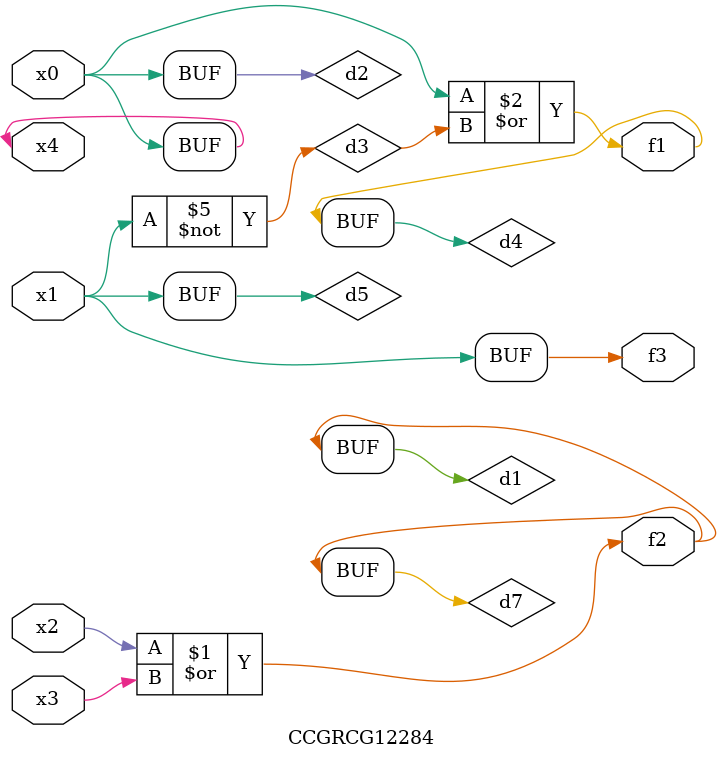
<source format=v>
module CCGRCG12284(
	input x0, x1, x2, x3, x4,
	output f1, f2, f3
);

	wire d1, d2, d3, d4, d5, d6, d7;

	or (d1, x2, x3);
	buf (d2, x0, x4);
	not (d3, x1);
	or (d4, d2, d3);
	not (d5, d3);
	nand (d6, d1, d3);
	or (d7, d1);
	assign f1 = d4;
	assign f2 = d7;
	assign f3 = d5;
endmodule

</source>
